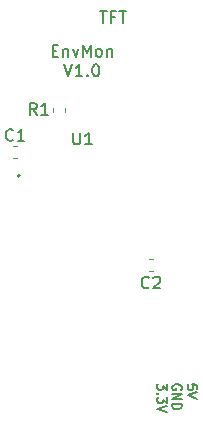
<source format=gto>
G04 #@! TF.GenerationSoftware,KiCad,Pcbnew,(5.1.5-0-10_14)*
G04 #@! TF.CreationDate,2020-06-21T17:24:19+09:00*
G04 #@! TF.ProjectId,EnvMon,456e764d-6f6e-42e6-9b69-6361645f7063,1.0*
G04 #@! TF.SameCoordinates,Original*
G04 #@! TF.FileFunction,Legend,Top*
G04 #@! TF.FilePolarity,Positive*
%FSLAX46Y46*%
G04 Gerber Fmt 4.6, Leading zero omitted, Abs format (unit mm)*
G04 Created by KiCad (PCBNEW (5.1.5-0-10_14)) date 2020-06-21 17:24:19*
%MOMM*%
%LPD*%
G04 APERTURE LIST*
%ADD10C,0.150000*%
%ADD11C,0.120000*%
%ADD12C,0.200000*%
G04 APERTURE END LIST*
D10*
X-2523809Y-6103571D02*
X-2190476Y-6103571D01*
X-2047619Y-6627380D02*
X-2523809Y-6627380D01*
X-2523809Y-5627380D01*
X-2047619Y-5627380D01*
X-1619047Y-5960714D02*
X-1619047Y-6627380D01*
X-1619047Y-6055952D02*
X-1571428Y-6008333D01*
X-1476190Y-5960714D01*
X-1333333Y-5960714D01*
X-1238095Y-6008333D01*
X-1190476Y-6103571D01*
X-1190476Y-6627380D01*
X-809523Y-5960714D02*
X-571428Y-6627380D01*
X-333333Y-5960714D01*
X47619Y-6627380D02*
X47619Y-5627380D01*
X380952Y-6341666D01*
X714285Y-5627380D01*
X714285Y-6627380D01*
X1333333Y-6627380D02*
X1238095Y-6579761D01*
X1190476Y-6532142D01*
X1142857Y-6436904D01*
X1142857Y-6151190D01*
X1190476Y-6055952D01*
X1238095Y-6008333D01*
X1333333Y-5960714D01*
X1476190Y-5960714D01*
X1571428Y-6008333D01*
X1619047Y-6055952D01*
X1666666Y-6151190D01*
X1666666Y-6436904D01*
X1619047Y-6532142D01*
X1571428Y-6579761D01*
X1476190Y-6627380D01*
X1333333Y-6627380D01*
X2095238Y-5960714D02*
X2095238Y-6627380D01*
X2095238Y-6055952D02*
X2142857Y-6008333D01*
X2238095Y-5960714D01*
X2380952Y-5960714D01*
X2476190Y-6008333D01*
X2523809Y-6103571D01*
X2523809Y-6627380D01*
X-1523809Y-7277380D02*
X-1190476Y-8277380D01*
X-857142Y-7277380D01*
X0Y-8277380D02*
X-571428Y-8277380D01*
X-285714Y-8277380D02*
X-285714Y-7277380D01*
X-380952Y-7420238D01*
X-476190Y-7515476D01*
X-571428Y-7563095D01*
X428571Y-8182142D02*
X476190Y-8229761D01*
X428571Y-8277380D01*
X380952Y-8229761D01*
X428571Y-8182142D01*
X428571Y-8277380D01*
X1095238Y-7277380D02*
X1190476Y-7277380D01*
X1285714Y-7325000D01*
X1333333Y-7372619D01*
X1380952Y-7467857D01*
X1428571Y-7658333D01*
X1428571Y-7896428D01*
X1380952Y-8086904D01*
X1333333Y-8182142D01*
X1285714Y-8229761D01*
X1190476Y-8277380D01*
X1095238Y-8277380D01*
X999999Y-8229761D01*
X952380Y-8182142D01*
X904761Y-8086904D01*
X857142Y-7896428D01*
X857142Y-7658333D01*
X904761Y-7467857D01*
X952380Y-7372619D01*
X999999Y-7325000D01*
X1095238Y-7277380D01*
D11*
X5653733Y-24810000D02*
X5996267Y-24810000D01*
X5653733Y-23790000D02*
X5996267Y-23790000D01*
X-5528733Y-14190000D02*
X-5871267Y-14190000D01*
X-5528733Y-15210000D02*
X-5871267Y-15210000D01*
D12*
X-5300000Y-16700000D02*
G75*
G03X-5300000Y-16700000I-100000J0D01*
G01*
D11*
X-1490000Y-11296267D02*
X-1490000Y-10953733D01*
X-2510000Y-11296267D02*
X-2510000Y-10953733D01*
D10*
X5633333Y-26157142D02*
X5585714Y-26204761D01*
X5442857Y-26252380D01*
X5347619Y-26252380D01*
X5204761Y-26204761D01*
X5109523Y-26109523D01*
X5061904Y-26014285D01*
X5014285Y-25823809D01*
X5014285Y-25680952D01*
X5061904Y-25490476D01*
X5109523Y-25395238D01*
X5204761Y-25300000D01*
X5347619Y-25252380D01*
X5442857Y-25252380D01*
X5585714Y-25300000D01*
X5633333Y-25347619D01*
X6014285Y-25347619D02*
X6061904Y-25300000D01*
X6157142Y-25252380D01*
X6395238Y-25252380D01*
X6490476Y-25300000D01*
X6538095Y-25347619D01*
X6585714Y-25442857D01*
X6585714Y-25538095D01*
X6538095Y-25680952D01*
X5966666Y-26252380D01*
X6585714Y-26252380D01*
X-5866666Y-13657142D02*
X-5914285Y-13704761D01*
X-6057142Y-13752380D01*
X-6152380Y-13752380D01*
X-6295238Y-13704761D01*
X-6390476Y-13609523D01*
X-6438095Y-13514285D01*
X-6485714Y-13323809D01*
X-6485714Y-13180952D01*
X-6438095Y-12990476D01*
X-6390476Y-12895238D01*
X-6295238Y-12800000D01*
X-6152380Y-12752380D01*
X-6057142Y-12752380D01*
X-5914285Y-12800000D01*
X-5866666Y-12847619D01*
X-4914285Y-13752380D02*
X-5485714Y-13752380D01*
X-5200000Y-13752380D02*
X-5200000Y-12752380D01*
X-5295238Y-12895238D01*
X-5390476Y-12990476D01*
X-5485714Y-13038095D01*
X1504761Y-2752380D02*
X2076190Y-2752380D01*
X1790476Y-3752380D02*
X1790476Y-2752380D01*
X2742857Y-3228571D02*
X2409523Y-3228571D01*
X2409523Y-3752380D02*
X2409523Y-2752380D01*
X2885714Y-2752380D01*
X3123809Y-2752380D02*
X3695238Y-2752380D01*
X3409523Y-3752380D02*
X3409523Y-2752380D01*
X-761904Y-13052380D02*
X-761904Y-13861904D01*
X-714285Y-13957142D01*
X-666666Y-14004761D01*
X-571428Y-14052380D01*
X-380952Y-14052380D01*
X-285714Y-14004761D01*
X-238095Y-13957142D01*
X-190476Y-13861904D01*
X-190476Y-13052380D01*
X809523Y-14052380D02*
X238095Y-14052380D01*
X523809Y-14052380D02*
X523809Y-13052380D01*
X428571Y-13195238D01*
X333333Y-13290476D01*
X238095Y-13338095D01*
X9708095Y-34768928D02*
X9708095Y-34387976D01*
X9327142Y-34349880D01*
X9365238Y-34387976D01*
X9403333Y-34464166D01*
X9403333Y-34654642D01*
X9365238Y-34730833D01*
X9327142Y-34768928D01*
X9250952Y-34807023D01*
X9060476Y-34807023D01*
X8984285Y-34768928D01*
X8946190Y-34730833D01*
X8908095Y-34654642D01*
X8908095Y-34464166D01*
X8946190Y-34387976D01*
X8984285Y-34349880D01*
X9708095Y-35035595D02*
X8908095Y-35302261D01*
X9708095Y-35568928D01*
X7142695Y-34311785D02*
X7142695Y-34807023D01*
X6837933Y-34540357D01*
X6837933Y-34654642D01*
X6799838Y-34730833D01*
X6761742Y-34768928D01*
X6685552Y-34807023D01*
X6495076Y-34807023D01*
X6418885Y-34768928D01*
X6380790Y-34730833D01*
X6342695Y-34654642D01*
X6342695Y-34426071D01*
X6380790Y-34349880D01*
X6418885Y-34311785D01*
X6418885Y-35149880D02*
X6380790Y-35187976D01*
X6342695Y-35149880D01*
X6380790Y-35111785D01*
X6418885Y-35149880D01*
X6342695Y-35149880D01*
X7142695Y-35454642D02*
X7142695Y-35949880D01*
X6837933Y-35683214D01*
X6837933Y-35797500D01*
X6799838Y-35873690D01*
X6761742Y-35911785D01*
X6685552Y-35949880D01*
X6495076Y-35949880D01*
X6418885Y-35911785D01*
X6380790Y-35873690D01*
X6342695Y-35797500D01*
X6342695Y-35568928D01*
X6380790Y-35492738D01*
X6418885Y-35454642D01*
X7142695Y-36178452D02*
X6342695Y-36445119D01*
X7142695Y-36711785D01*
X8374600Y-34807023D02*
X8412695Y-34730833D01*
X8412695Y-34616547D01*
X8374600Y-34502261D01*
X8298409Y-34426071D01*
X8222219Y-34387976D01*
X8069838Y-34349880D01*
X7955552Y-34349880D01*
X7803171Y-34387976D01*
X7726980Y-34426071D01*
X7650790Y-34502261D01*
X7612695Y-34616547D01*
X7612695Y-34692738D01*
X7650790Y-34807023D01*
X7688885Y-34845119D01*
X7955552Y-34845119D01*
X7955552Y-34692738D01*
X7612695Y-35187976D02*
X8412695Y-35187976D01*
X7612695Y-35645119D01*
X8412695Y-35645119D01*
X7612695Y-36026071D02*
X8412695Y-36026071D01*
X8412695Y-36216547D01*
X8374600Y-36330833D01*
X8298409Y-36407023D01*
X8222219Y-36445119D01*
X8069838Y-36483214D01*
X7955552Y-36483214D01*
X7803171Y-36445119D01*
X7726980Y-36407023D01*
X7650790Y-36330833D01*
X7612695Y-36216547D01*
X7612695Y-36026071D01*
X-3866666Y-11552380D02*
X-4200000Y-11076190D01*
X-4438095Y-11552380D02*
X-4438095Y-10552380D01*
X-4057142Y-10552380D01*
X-3961904Y-10600000D01*
X-3914285Y-10647619D01*
X-3866666Y-10742857D01*
X-3866666Y-10885714D01*
X-3914285Y-10980952D01*
X-3961904Y-11028571D01*
X-4057142Y-11076190D01*
X-4438095Y-11076190D01*
X-2914285Y-11552380D02*
X-3485714Y-11552380D01*
X-3200000Y-11552380D02*
X-3200000Y-10552380D01*
X-3295238Y-10695238D01*
X-3390476Y-10790476D01*
X-3485714Y-10838095D01*
M02*

</source>
